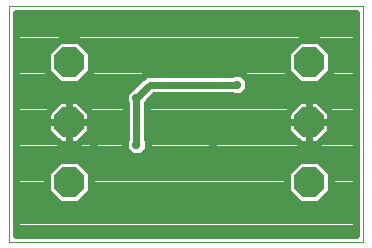
<source format=gbl>
G75*
%MOIN*%
%OFA0B0*%
%FSLAX25Y25*%
%IPPOS*%
%LPD*%
%AMOC8*
5,1,8,0,0,1.08239X$1,22.5*
%
%ADD10C,0.00000*%
%ADD11OC8,0.10000*%
%ADD12C,0.02400*%
%ADD13OC8,0.02775*%
D10*
X0012727Y0002200D02*
X0012727Y0080940D01*
X0130837Y0080940D01*
X0130837Y0002200D01*
X0012727Y0002200D01*
D11*
X0032727Y0022200D03*
X0032727Y0042200D03*
X0032727Y0062200D03*
X0112727Y0062200D03*
X0112727Y0042200D03*
X0112727Y0022200D03*
D12*
X0105327Y0021388D02*
X0040127Y0021388D01*
X0040127Y0019135D02*
X0035792Y0014800D01*
X0029662Y0014800D01*
X0025327Y0019135D01*
X0025327Y0025265D01*
X0029662Y0029600D01*
X0035792Y0029600D01*
X0040127Y0025265D01*
X0040127Y0019135D01*
X0039982Y0018990D02*
X0105472Y0018990D01*
X0105327Y0019135D02*
X0109662Y0014800D01*
X0115792Y0014800D01*
X0120127Y0019135D01*
X0120127Y0025265D01*
X0115792Y0029600D01*
X0109662Y0029600D01*
X0105327Y0025265D01*
X0105327Y0019135D01*
X0107871Y0016591D02*
X0037583Y0016591D01*
X0027871Y0016591D02*
X0015127Y0016591D01*
X0015127Y0014193D02*
X0128437Y0014193D01*
X0128437Y0011794D02*
X0015127Y0011794D01*
X0015127Y0009396D02*
X0128437Y0009396D01*
X0128437Y0006997D02*
X0015127Y0006997D01*
X0015127Y0004600D02*
X0015127Y0078540D01*
X0128437Y0078540D01*
X0128437Y0004600D01*
X0015127Y0004600D01*
X0015127Y0018990D02*
X0025472Y0018990D01*
X0025327Y0021388D02*
X0015127Y0021388D01*
X0015127Y0023787D02*
X0025327Y0023787D01*
X0026247Y0026185D02*
X0015127Y0026185D01*
X0015127Y0028584D02*
X0028645Y0028584D01*
X0029745Y0035000D02*
X0032727Y0035000D01*
X0032727Y0042200D01*
X0032727Y0042200D01*
X0025527Y0042200D01*
X0025527Y0045182D01*
X0029745Y0049400D01*
X0032727Y0049400D01*
X0032727Y0042200D01*
X0025527Y0042200D01*
X0025527Y0039218D01*
X0029745Y0035000D01*
X0028966Y0035779D02*
X0015127Y0035779D01*
X0015127Y0033381D02*
X0051440Y0033381D01*
X0051440Y0033131D02*
X0053658Y0030913D01*
X0056796Y0030913D01*
X0059014Y0033131D01*
X0059014Y0036269D01*
X0058827Y0036456D01*
X0058827Y0048444D01*
X0059014Y0048631D01*
X0059014Y0048896D01*
X0061218Y0051100D01*
X0086971Y0051100D01*
X0087158Y0050913D01*
X0090296Y0050913D01*
X0092514Y0053131D01*
X0092514Y0056269D01*
X0090296Y0058487D01*
X0087158Y0058487D01*
X0086971Y0058300D01*
X0059011Y0058300D01*
X0057688Y0057752D01*
X0056675Y0056739D01*
X0053923Y0053987D01*
X0053658Y0053987D01*
X0051440Y0051769D01*
X0051440Y0048631D01*
X0051627Y0048444D01*
X0051627Y0036456D01*
X0051440Y0036269D01*
X0051440Y0033131D01*
X0053589Y0030982D02*
X0015127Y0030982D01*
X0015127Y0038178D02*
X0026567Y0038178D01*
X0025527Y0040576D02*
X0015127Y0040576D01*
X0015127Y0042975D02*
X0025527Y0042975D01*
X0025718Y0045373D02*
X0015127Y0045373D01*
X0015127Y0047772D02*
X0028116Y0047772D01*
X0032727Y0047772D02*
X0032727Y0047772D01*
X0032727Y0049400D02*
X0035709Y0049400D01*
X0039927Y0045182D01*
X0039927Y0042200D01*
X0032727Y0042200D01*
X0032727Y0042200D01*
X0032727Y0042200D01*
X0032727Y0049400D01*
X0037338Y0047772D02*
X0051627Y0047772D01*
X0051440Y0050170D02*
X0015127Y0050170D01*
X0015127Y0052569D02*
X0052240Y0052569D01*
X0054903Y0054967D02*
X0035959Y0054967D01*
X0035792Y0054800D02*
X0040127Y0059135D01*
X0040127Y0065265D01*
X0035792Y0069600D01*
X0029662Y0069600D01*
X0025327Y0065265D01*
X0025327Y0059135D01*
X0029662Y0054800D01*
X0035792Y0054800D01*
X0038358Y0057366D02*
X0057302Y0057366D01*
X0059727Y0054700D02*
X0088727Y0054700D01*
X0091417Y0057366D02*
X0107096Y0057366D01*
X0105327Y0059135D02*
X0109662Y0054800D01*
X0115792Y0054800D01*
X0120127Y0059135D01*
X0120127Y0065265D01*
X0115792Y0069600D01*
X0109662Y0069600D01*
X0105327Y0065265D01*
X0105327Y0059135D01*
X0105327Y0059764D02*
X0040127Y0059764D01*
X0040127Y0062163D02*
X0105327Y0062163D01*
X0105327Y0064561D02*
X0040127Y0064561D01*
X0038432Y0066960D02*
X0107022Y0066960D01*
X0109420Y0069358D02*
X0036034Y0069358D01*
X0029420Y0069358D02*
X0015127Y0069358D01*
X0015127Y0071757D02*
X0128437Y0071757D01*
X0128437Y0069358D02*
X0116034Y0069358D01*
X0118432Y0066960D02*
X0128437Y0066960D01*
X0128437Y0064561D02*
X0120127Y0064561D01*
X0120127Y0062163D02*
X0128437Y0062163D01*
X0128437Y0059764D02*
X0120127Y0059764D01*
X0118358Y0057366D02*
X0128437Y0057366D01*
X0128437Y0054967D02*
X0115959Y0054967D01*
X0109495Y0054967D02*
X0092514Y0054967D01*
X0091952Y0052569D02*
X0128437Y0052569D01*
X0128437Y0050170D02*
X0060288Y0050170D01*
X0058827Y0047772D02*
X0108116Y0047772D01*
X0109745Y0049400D02*
X0105527Y0045182D01*
X0105527Y0042200D01*
X0112727Y0042200D01*
X0112727Y0042200D01*
X0105527Y0042200D01*
X0105527Y0039218D01*
X0109745Y0035000D01*
X0112727Y0035000D01*
X0112727Y0042200D01*
X0112727Y0049400D01*
X0109745Y0049400D01*
X0112727Y0049400D02*
X0115709Y0049400D01*
X0119927Y0045182D01*
X0119927Y0042200D01*
X0112727Y0042200D01*
X0112727Y0042200D01*
X0112727Y0042200D01*
X0112727Y0049400D01*
X0112727Y0047772D02*
X0112727Y0047772D01*
X0112727Y0045373D02*
X0112727Y0045373D01*
X0112727Y0042975D02*
X0112727Y0042975D01*
X0112727Y0042200D02*
X0112727Y0042200D01*
X0112727Y0035000D01*
X0115709Y0035000D01*
X0119927Y0039218D01*
X0119927Y0042200D01*
X0112727Y0042200D01*
X0112727Y0040576D02*
X0112727Y0040576D01*
X0112727Y0038178D02*
X0112727Y0038178D01*
X0112727Y0035779D02*
X0112727Y0035779D01*
X0108966Y0035779D02*
X0059014Y0035779D01*
X0059014Y0033381D02*
X0128437Y0033381D01*
X0128437Y0035779D02*
X0116489Y0035779D01*
X0118887Y0038178D02*
X0128437Y0038178D01*
X0128437Y0040576D02*
X0119927Y0040576D01*
X0119927Y0042975D02*
X0128437Y0042975D01*
X0128437Y0045373D02*
X0119736Y0045373D01*
X0117338Y0047772D02*
X0128437Y0047772D01*
X0105718Y0045373D02*
X0058827Y0045373D01*
X0058827Y0042975D02*
X0105527Y0042975D01*
X0105527Y0040576D02*
X0058827Y0040576D01*
X0058827Y0038178D02*
X0106567Y0038178D01*
X0108645Y0028584D02*
X0036809Y0028584D01*
X0039207Y0026185D02*
X0106247Y0026185D01*
X0105327Y0023787D02*
X0040127Y0023787D01*
X0035709Y0035000D02*
X0032727Y0035000D01*
X0032727Y0042200D01*
X0032727Y0042200D01*
X0039927Y0042200D01*
X0039927Y0039218D01*
X0035709Y0035000D01*
X0036489Y0035779D02*
X0051440Y0035779D01*
X0055227Y0034700D02*
X0055227Y0050200D01*
X0059727Y0054700D01*
X0051627Y0045373D02*
X0039736Y0045373D01*
X0039927Y0042975D02*
X0051627Y0042975D01*
X0051627Y0040576D02*
X0039927Y0040576D01*
X0038887Y0038178D02*
X0051627Y0038178D01*
X0056865Y0030982D02*
X0128437Y0030982D01*
X0128437Y0028584D02*
X0116809Y0028584D01*
X0119207Y0026185D02*
X0128437Y0026185D01*
X0128437Y0023787D02*
X0120127Y0023787D01*
X0120127Y0021388D02*
X0128437Y0021388D01*
X0128437Y0018990D02*
X0119982Y0018990D01*
X0117583Y0016591D02*
X0128437Y0016591D01*
X0128437Y0074155D02*
X0015127Y0074155D01*
X0015127Y0076554D02*
X0128437Y0076554D01*
X0032727Y0045373D02*
X0032727Y0045373D01*
X0032727Y0042975D02*
X0032727Y0042975D01*
X0032727Y0040576D02*
X0032727Y0040576D01*
X0032727Y0038178D02*
X0032727Y0038178D01*
X0032727Y0035779D02*
X0032727Y0035779D01*
X0029495Y0054967D02*
X0015127Y0054967D01*
X0015127Y0057366D02*
X0027096Y0057366D01*
X0025327Y0059764D02*
X0015127Y0059764D01*
X0015127Y0062163D02*
X0025327Y0062163D01*
X0025327Y0064561D02*
X0015127Y0064561D01*
X0015127Y0066960D02*
X0027022Y0066960D01*
D13*
X0020227Y0074700D03*
X0035227Y0074700D03*
X0050227Y0074700D03*
X0065227Y0074700D03*
X0076727Y0065200D03*
X0076727Y0059700D03*
X0088727Y0054700D03*
X0080727Y0049700D03*
X0080727Y0042200D03*
X0080727Y0034700D03*
X0055227Y0034700D03*
X0041227Y0034700D03*
X0041227Y0049700D03*
X0055227Y0050200D03*
X0080227Y0074700D03*
X0095227Y0074700D03*
X0110227Y0074700D03*
X0125227Y0074700D03*
X0125227Y0009700D03*
X0110227Y0009700D03*
X0095227Y0009700D03*
X0080227Y0009700D03*
X0065227Y0009700D03*
X0050227Y0009700D03*
X0035227Y0009700D03*
X0020227Y0009700D03*
M02*

</source>
